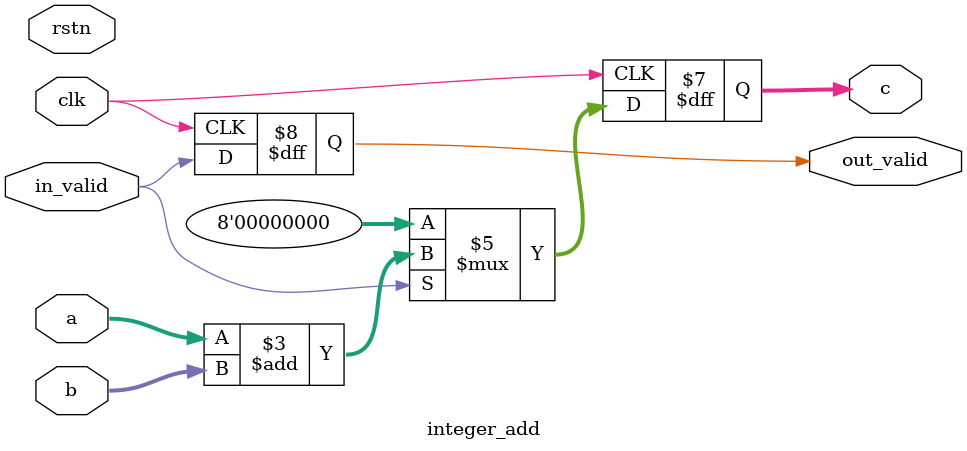
<source format=sv>
module integer_add
#(
parameter BITS=8
)
(
input rstn,
input clk,
input in_valid,
input [BITS-1:0] a,
input [BITS-1:0] b,
output logic out_valid,
output logic [BITS-1:0] c
);

always @(posedge clk)
    out_valid <= in_valid;

always @(posedge clk)
    if (in_valid)
        c <= a + b;
    else
        c <= 0;

endmodule

</source>
